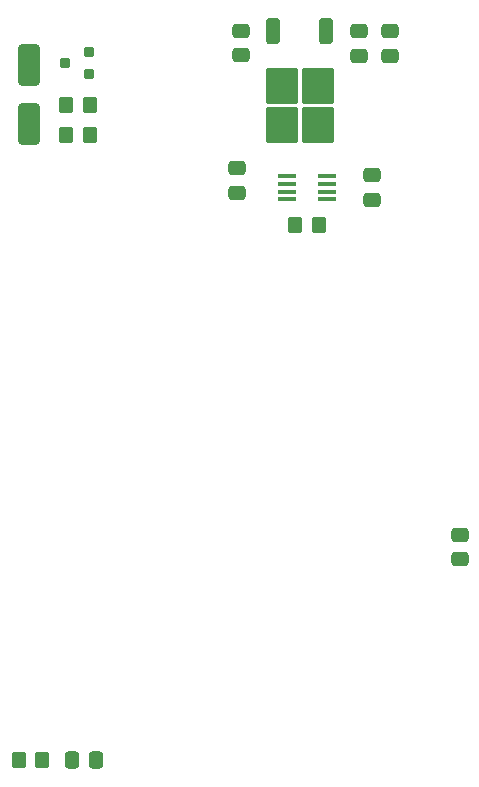
<source format=gtp>
G04 #@! TF.GenerationSoftware,KiCad,Pcbnew,8.0.8*
G04 #@! TF.CreationDate,2025-01-30T21:03:47+01:00*
G04 #@! TF.ProjectId,HAMS_hub,48414d53-5f68-4756-922e-6b696361645f,rev?*
G04 #@! TF.SameCoordinates,Original*
G04 #@! TF.FileFunction,Paste,Top*
G04 #@! TF.FilePolarity,Positive*
%FSLAX46Y46*%
G04 Gerber Fmt 4.6, Leading zero omitted, Abs format (unit mm)*
G04 Created by KiCad (PCBNEW 8.0.8) date 2025-01-30 21:03:47*
%MOMM*%
%LPD*%
G01*
G04 APERTURE LIST*
G04 Aperture macros list*
%AMRoundRect*
0 Rectangle with rounded corners*
0 $1 Rounding radius*
0 $2 $3 $4 $5 $6 $7 $8 $9 X,Y pos of 4 corners*
0 Add a 4 corners polygon primitive as box body*
4,1,4,$2,$3,$4,$5,$6,$7,$8,$9,$2,$3,0*
0 Add four circle primitives for the rounded corners*
1,1,$1+$1,$2,$3*
1,1,$1+$1,$4,$5*
1,1,$1+$1,$6,$7*
1,1,$1+$1,$8,$9*
0 Add four rect primitives between the rounded corners*
20,1,$1+$1,$2,$3,$4,$5,0*
20,1,$1+$1,$4,$5,$6,$7,0*
20,1,$1+$1,$6,$7,$8,$9,0*
20,1,$1+$1,$8,$9,$2,$3,0*%
G04 Aperture macros list end*
%ADD10RoundRect,0.200000X0.250000X0.200000X-0.250000X0.200000X-0.250000X-0.200000X0.250000X-0.200000X0*%
%ADD11RoundRect,0.250000X0.350000X0.450000X-0.350000X0.450000X-0.350000X-0.450000X0.350000X-0.450000X0*%
%ADD12RoundRect,0.250000X-0.475000X0.337500X-0.475000X-0.337500X0.475000X-0.337500X0.475000X0.337500X0*%
%ADD13RoundRect,0.250000X0.475000X-0.337500X0.475000X0.337500X-0.475000X0.337500X-0.475000X-0.337500X0*%
%ADD14R,1.600000X0.300000*%
%ADD15RoundRect,0.250000X0.650000X-1.500000X0.650000X1.500000X-0.650000X1.500000X-0.650000X-1.500000X0*%
%ADD16RoundRect,0.250000X-0.337500X-0.475000X0.337500X-0.475000X0.337500X0.475000X-0.337500X0.475000X0*%
%ADD17RoundRect,0.250000X-0.350000X0.850000X-0.350000X-0.850000X0.350000X-0.850000X0.350000X0.850000X0*%
%ADD18RoundRect,0.250000X-1.125000X1.275000X-1.125000X-1.275000X1.125000X-1.275000X1.125000X1.275000X0*%
G04 APERTURE END LIST*
D10*
X96150000Y-65925000D03*
X96150000Y-64025000D03*
X94150000Y-64975000D03*
D11*
X96200000Y-68550000D03*
X94200000Y-68550000D03*
X96225000Y-71100000D03*
X94225000Y-71100000D03*
D12*
X119042500Y-62312500D03*
X119042500Y-64387500D03*
D13*
X108700000Y-75962500D03*
X108700000Y-73887500D03*
D12*
X121592500Y-62312500D03*
X121592500Y-64387500D03*
D14*
X112925000Y-74575000D03*
X112925000Y-75225000D03*
X112925000Y-75875000D03*
X112925000Y-76525000D03*
X116325000Y-76525000D03*
X116325000Y-75875000D03*
X116325000Y-75225000D03*
X116325000Y-74575000D03*
D15*
X91025000Y-70150000D03*
X91025000Y-65150000D03*
D16*
X96775000Y-123975000D03*
X94700000Y-123975000D03*
D13*
X127525000Y-106987500D03*
X127525000Y-104912500D03*
D11*
X90175000Y-123975000D03*
X92175000Y-123975000D03*
D12*
X120125000Y-74512500D03*
X120125000Y-76587500D03*
X109042500Y-62275000D03*
X109042500Y-64350000D03*
D17*
X116250000Y-62300000D03*
D18*
X115495000Y-66925000D03*
X112445000Y-66925000D03*
X115495000Y-70275000D03*
X112445000Y-70275000D03*
D17*
X111690000Y-62300000D03*
D11*
X115625000Y-78700000D03*
X113625000Y-78700000D03*
M02*

</source>
